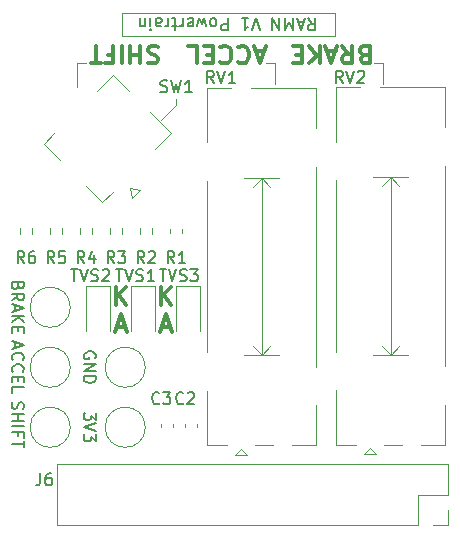
<source format=gbr>
G04 #@! TF.GenerationSoftware,KiCad,Pcbnew,7.0.9*
G04 #@! TF.CreationDate,2025-01-29T12:58:33-06:00*
G04 #@! TF.ProjectId,powertrain,706f7765-7274-4726-9169-6e2e6b696361,rev?*
G04 #@! TF.SameCoordinates,Original*
G04 #@! TF.FileFunction,Legend,Top*
G04 #@! TF.FilePolarity,Positive*
%FSLAX46Y46*%
G04 Gerber Fmt 4.6, Leading zero omitted, Abs format (unit mm)*
G04 Created by KiCad (PCBNEW 7.0.9) date 2025-01-29 12:58:33*
%MOMM*%
%LPD*%
G01*
G04 APERTURE LIST*
%ADD10C,0.120000*%
%ADD11C,0.300000*%
%ADD12C,0.150000*%
G04 APERTURE END LIST*
D10*
X60960000Y-21463000D02*
X42926000Y-21463000D01*
X47498000Y-29210000D02*
X47498000Y-28702000D01*
X55880000Y-25654000D02*
X55880000Y-27432000D01*
X64262000Y-25654000D02*
X65024000Y-25654000D01*
X39116000Y-25654000D02*
X39116000Y-27686000D01*
X55118000Y-25654000D02*
X55880000Y-25654000D01*
X60960000Y-23368000D02*
X60960000Y-21463000D01*
X46228000Y-30480000D02*
X47498000Y-29210000D01*
X42926000Y-23368000D02*
X60960000Y-23368000D01*
X42926000Y-23368000D02*
X42926000Y-21463000D01*
X39878000Y-25654000D02*
X39116000Y-25654000D01*
X65024000Y-25654000D02*
X65024000Y-27432000D01*
D11*
X45965713Y-24285100D02*
X45751428Y-24213671D01*
X45751428Y-24213671D02*
X45394285Y-24213671D01*
X45394285Y-24213671D02*
X45251428Y-24285100D01*
X45251428Y-24285100D02*
X45179999Y-24356528D01*
X45179999Y-24356528D02*
X45108570Y-24499385D01*
X45108570Y-24499385D02*
X45108570Y-24642242D01*
X45108570Y-24642242D02*
X45179999Y-24785100D01*
X45179999Y-24785100D02*
X45251428Y-24856528D01*
X45251428Y-24856528D02*
X45394285Y-24927957D01*
X45394285Y-24927957D02*
X45679999Y-24999385D01*
X45679999Y-24999385D02*
X45822856Y-25070814D01*
X45822856Y-25070814D02*
X45894285Y-25142242D01*
X45894285Y-25142242D02*
X45965713Y-25285100D01*
X45965713Y-25285100D02*
X45965713Y-25427957D01*
X45965713Y-25427957D02*
X45894285Y-25570814D01*
X45894285Y-25570814D02*
X45822856Y-25642242D01*
X45822856Y-25642242D02*
X45679999Y-25713671D01*
X45679999Y-25713671D02*
X45322856Y-25713671D01*
X45322856Y-25713671D02*
X45108570Y-25642242D01*
X44465714Y-24213671D02*
X44465714Y-25713671D01*
X44465714Y-24999385D02*
X43608571Y-24999385D01*
X43608571Y-24213671D02*
X43608571Y-25713671D01*
X42894285Y-24213671D02*
X42894285Y-25713671D01*
X41679999Y-24999385D02*
X42179999Y-24999385D01*
X42179999Y-24213671D02*
X42179999Y-25713671D01*
X42179999Y-25713671D02*
X41465713Y-25713671D01*
X41108570Y-25713671D02*
X40251428Y-25713671D01*
X40679999Y-24213671D02*
X40679999Y-25713671D01*
X54958856Y-24642242D02*
X54244571Y-24642242D01*
X55101713Y-24213671D02*
X54601713Y-25713671D01*
X54601713Y-25713671D02*
X54101713Y-24213671D01*
X52744571Y-24356528D02*
X52815999Y-24285100D01*
X52815999Y-24285100D02*
X53030285Y-24213671D01*
X53030285Y-24213671D02*
X53173142Y-24213671D01*
X53173142Y-24213671D02*
X53387428Y-24285100D01*
X53387428Y-24285100D02*
X53530285Y-24427957D01*
X53530285Y-24427957D02*
X53601714Y-24570814D01*
X53601714Y-24570814D02*
X53673142Y-24856528D01*
X53673142Y-24856528D02*
X53673142Y-25070814D01*
X53673142Y-25070814D02*
X53601714Y-25356528D01*
X53601714Y-25356528D02*
X53530285Y-25499385D01*
X53530285Y-25499385D02*
X53387428Y-25642242D01*
X53387428Y-25642242D02*
X53173142Y-25713671D01*
X53173142Y-25713671D02*
X53030285Y-25713671D01*
X53030285Y-25713671D02*
X52815999Y-25642242D01*
X52815999Y-25642242D02*
X52744571Y-25570814D01*
X51244571Y-24356528D02*
X51315999Y-24285100D01*
X51315999Y-24285100D02*
X51530285Y-24213671D01*
X51530285Y-24213671D02*
X51673142Y-24213671D01*
X51673142Y-24213671D02*
X51887428Y-24285100D01*
X51887428Y-24285100D02*
X52030285Y-24427957D01*
X52030285Y-24427957D02*
X52101714Y-24570814D01*
X52101714Y-24570814D02*
X52173142Y-24856528D01*
X52173142Y-24856528D02*
X52173142Y-25070814D01*
X52173142Y-25070814D02*
X52101714Y-25356528D01*
X52101714Y-25356528D02*
X52030285Y-25499385D01*
X52030285Y-25499385D02*
X51887428Y-25642242D01*
X51887428Y-25642242D02*
X51673142Y-25713671D01*
X51673142Y-25713671D02*
X51530285Y-25713671D01*
X51530285Y-25713671D02*
X51315999Y-25642242D01*
X51315999Y-25642242D02*
X51244571Y-25570814D01*
X50601714Y-24999385D02*
X50101714Y-24999385D01*
X49887428Y-24213671D02*
X50601714Y-24213671D01*
X50601714Y-24213671D02*
X50601714Y-25713671D01*
X50601714Y-25713671D02*
X49887428Y-25713671D01*
X48530285Y-24213671D02*
X49244571Y-24213671D01*
X49244571Y-24213671D02*
X49244571Y-25713671D01*
X63420285Y-24999385D02*
X63205999Y-24927957D01*
X63205999Y-24927957D02*
X63134570Y-24856528D01*
X63134570Y-24856528D02*
X63063142Y-24713671D01*
X63063142Y-24713671D02*
X63063142Y-24499385D01*
X63063142Y-24499385D02*
X63134570Y-24356528D01*
X63134570Y-24356528D02*
X63205999Y-24285100D01*
X63205999Y-24285100D02*
X63348856Y-24213671D01*
X63348856Y-24213671D02*
X63920285Y-24213671D01*
X63920285Y-24213671D02*
X63920285Y-25713671D01*
X63920285Y-25713671D02*
X63420285Y-25713671D01*
X63420285Y-25713671D02*
X63277428Y-25642242D01*
X63277428Y-25642242D02*
X63205999Y-25570814D01*
X63205999Y-25570814D02*
X63134570Y-25427957D01*
X63134570Y-25427957D02*
X63134570Y-25285100D01*
X63134570Y-25285100D02*
X63205999Y-25142242D01*
X63205999Y-25142242D02*
X63277428Y-25070814D01*
X63277428Y-25070814D02*
X63420285Y-24999385D01*
X63420285Y-24999385D02*
X63920285Y-24999385D01*
X61563142Y-24213671D02*
X62063142Y-24927957D01*
X62420285Y-24213671D02*
X62420285Y-25713671D01*
X62420285Y-25713671D02*
X61848856Y-25713671D01*
X61848856Y-25713671D02*
X61705999Y-25642242D01*
X61705999Y-25642242D02*
X61634570Y-25570814D01*
X61634570Y-25570814D02*
X61563142Y-25427957D01*
X61563142Y-25427957D02*
X61563142Y-25213671D01*
X61563142Y-25213671D02*
X61634570Y-25070814D01*
X61634570Y-25070814D02*
X61705999Y-24999385D01*
X61705999Y-24999385D02*
X61848856Y-24927957D01*
X61848856Y-24927957D02*
X62420285Y-24927957D01*
X60991713Y-24642242D02*
X60277428Y-24642242D01*
X61134570Y-24213671D02*
X60634570Y-25713671D01*
X60634570Y-25713671D02*
X60134570Y-24213671D01*
X59634571Y-24213671D02*
X59634571Y-25713671D01*
X58777428Y-24213671D02*
X59420285Y-25070814D01*
X58777428Y-25713671D02*
X59634571Y-24856528D01*
X58134571Y-24999385D02*
X57634571Y-24999385D01*
X57420285Y-24213671D02*
X58134571Y-24213671D01*
X58134571Y-24213671D02*
X58134571Y-25713671D01*
X58134571Y-25713671D02*
X57420285Y-25713671D01*
X46216142Y-46144328D02*
X46216142Y-44644328D01*
X47073285Y-46144328D02*
X46430428Y-45287185D01*
X47073285Y-44644328D02*
X46216142Y-45501471D01*
X42441857Y-48001757D02*
X43156143Y-48001757D01*
X42299000Y-48430328D02*
X42799000Y-46930328D01*
X42799000Y-46930328D02*
X43299000Y-48430328D01*
X46251857Y-48001757D02*
X46966143Y-48001757D01*
X46109000Y-48430328D02*
X46609000Y-46930328D01*
X46609000Y-46930328D02*
X47109000Y-48430328D01*
X42406142Y-46144328D02*
X42406142Y-44644328D01*
X43263285Y-46144328D02*
X42620428Y-45287185D01*
X43263285Y-44644328D02*
X42406142Y-45501471D01*
D12*
X58649334Y-21897180D02*
X58982667Y-22373371D01*
X59220762Y-21897180D02*
X59220762Y-22897180D01*
X59220762Y-22897180D02*
X58839810Y-22897180D01*
X58839810Y-22897180D02*
X58744572Y-22849561D01*
X58744572Y-22849561D02*
X58696953Y-22801942D01*
X58696953Y-22801942D02*
X58649334Y-22706704D01*
X58649334Y-22706704D02*
X58649334Y-22563847D01*
X58649334Y-22563847D02*
X58696953Y-22468609D01*
X58696953Y-22468609D02*
X58744572Y-22420990D01*
X58744572Y-22420990D02*
X58839810Y-22373371D01*
X58839810Y-22373371D02*
X59220762Y-22373371D01*
X58268381Y-22182895D02*
X57792191Y-22182895D01*
X58363619Y-21897180D02*
X58030286Y-22897180D01*
X58030286Y-22897180D02*
X57696953Y-21897180D01*
X57363619Y-21897180D02*
X57363619Y-22897180D01*
X57363619Y-22897180D02*
X57030286Y-22182895D01*
X57030286Y-22182895D02*
X56696953Y-22897180D01*
X56696953Y-22897180D02*
X56696953Y-21897180D01*
X56220762Y-21897180D02*
X56220762Y-22897180D01*
X56220762Y-22897180D02*
X55649334Y-21897180D01*
X55649334Y-21897180D02*
X55649334Y-22897180D01*
X54554095Y-22897180D02*
X54220762Y-21897180D01*
X54220762Y-21897180D02*
X53887429Y-22897180D01*
X53030286Y-21897180D02*
X53601714Y-21897180D01*
X53316000Y-21897180D02*
X53316000Y-22897180D01*
X53316000Y-22897180D02*
X53411238Y-22754323D01*
X53411238Y-22754323D02*
X53506476Y-22659085D01*
X53506476Y-22659085D02*
X53601714Y-22611466D01*
X51839809Y-21897180D02*
X51839809Y-22897180D01*
X51839809Y-22897180D02*
X51458857Y-22897180D01*
X51458857Y-22897180D02*
X51363619Y-22849561D01*
X51363619Y-22849561D02*
X51316000Y-22801942D01*
X51316000Y-22801942D02*
X51268381Y-22706704D01*
X51268381Y-22706704D02*
X51268381Y-22563847D01*
X51268381Y-22563847D02*
X51316000Y-22468609D01*
X51316000Y-22468609D02*
X51363619Y-22420990D01*
X51363619Y-22420990D02*
X51458857Y-22373371D01*
X51458857Y-22373371D02*
X51839809Y-22373371D01*
X50696952Y-21897180D02*
X50792190Y-21944800D01*
X50792190Y-21944800D02*
X50839809Y-21992419D01*
X50839809Y-21992419D02*
X50887428Y-22087657D01*
X50887428Y-22087657D02*
X50887428Y-22373371D01*
X50887428Y-22373371D02*
X50839809Y-22468609D01*
X50839809Y-22468609D02*
X50792190Y-22516228D01*
X50792190Y-22516228D02*
X50696952Y-22563847D01*
X50696952Y-22563847D02*
X50554095Y-22563847D01*
X50554095Y-22563847D02*
X50458857Y-22516228D01*
X50458857Y-22516228D02*
X50411238Y-22468609D01*
X50411238Y-22468609D02*
X50363619Y-22373371D01*
X50363619Y-22373371D02*
X50363619Y-22087657D01*
X50363619Y-22087657D02*
X50411238Y-21992419D01*
X50411238Y-21992419D02*
X50458857Y-21944800D01*
X50458857Y-21944800D02*
X50554095Y-21897180D01*
X50554095Y-21897180D02*
X50696952Y-21897180D01*
X50030285Y-22563847D02*
X49839809Y-21897180D01*
X49839809Y-21897180D02*
X49649333Y-22373371D01*
X49649333Y-22373371D02*
X49458857Y-21897180D01*
X49458857Y-21897180D02*
X49268381Y-22563847D01*
X48506476Y-21944800D02*
X48601714Y-21897180D01*
X48601714Y-21897180D02*
X48792190Y-21897180D01*
X48792190Y-21897180D02*
X48887428Y-21944800D01*
X48887428Y-21944800D02*
X48935047Y-22040038D01*
X48935047Y-22040038D02*
X48935047Y-22420990D01*
X48935047Y-22420990D02*
X48887428Y-22516228D01*
X48887428Y-22516228D02*
X48792190Y-22563847D01*
X48792190Y-22563847D02*
X48601714Y-22563847D01*
X48601714Y-22563847D02*
X48506476Y-22516228D01*
X48506476Y-22516228D02*
X48458857Y-22420990D01*
X48458857Y-22420990D02*
X48458857Y-22325752D01*
X48458857Y-22325752D02*
X48935047Y-22230514D01*
X48030285Y-21897180D02*
X48030285Y-22563847D01*
X48030285Y-22373371D02*
X47982666Y-22468609D01*
X47982666Y-22468609D02*
X47935047Y-22516228D01*
X47935047Y-22516228D02*
X47839809Y-22563847D01*
X47839809Y-22563847D02*
X47744571Y-22563847D01*
X47554094Y-22563847D02*
X47173142Y-22563847D01*
X47411237Y-22897180D02*
X47411237Y-22040038D01*
X47411237Y-22040038D02*
X47363618Y-21944800D01*
X47363618Y-21944800D02*
X47268380Y-21897180D01*
X47268380Y-21897180D02*
X47173142Y-21897180D01*
X46839808Y-21897180D02*
X46839808Y-22563847D01*
X46839808Y-22373371D02*
X46792189Y-22468609D01*
X46792189Y-22468609D02*
X46744570Y-22516228D01*
X46744570Y-22516228D02*
X46649332Y-22563847D01*
X46649332Y-22563847D02*
X46554094Y-22563847D01*
X45792189Y-21897180D02*
X45792189Y-22420990D01*
X45792189Y-22420990D02*
X45839808Y-22516228D01*
X45839808Y-22516228D02*
X45935046Y-22563847D01*
X45935046Y-22563847D02*
X46125522Y-22563847D01*
X46125522Y-22563847D02*
X46220760Y-22516228D01*
X45792189Y-21944800D02*
X45887427Y-21897180D01*
X45887427Y-21897180D02*
X46125522Y-21897180D01*
X46125522Y-21897180D02*
X46220760Y-21944800D01*
X46220760Y-21944800D02*
X46268379Y-22040038D01*
X46268379Y-22040038D02*
X46268379Y-22135276D01*
X46268379Y-22135276D02*
X46220760Y-22230514D01*
X46220760Y-22230514D02*
X46125522Y-22278133D01*
X46125522Y-22278133D02*
X45887427Y-22278133D01*
X45887427Y-22278133D02*
X45792189Y-22325752D01*
X45315998Y-21897180D02*
X45315998Y-22563847D01*
X45315998Y-22897180D02*
X45363617Y-22849561D01*
X45363617Y-22849561D02*
X45315998Y-22801942D01*
X45315998Y-22801942D02*
X45268379Y-22849561D01*
X45268379Y-22849561D02*
X45315998Y-22897180D01*
X45315998Y-22897180D02*
X45315998Y-22801942D01*
X44839808Y-22563847D02*
X44839808Y-21897180D01*
X44839808Y-22468609D02*
X44792189Y-22516228D01*
X44792189Y-22516228D02*
X44696951Y-22563847D01*
X44696951Y-22563847D02*
X44554094Y-22563847D01*
X44554094Y-22563847D02*
X44458856Y-22516228D01*
X44458856Y-22516228D02*
X44411237Y-22420990D01*
X44411237Y-22420990D02*
X44411237Y-21897180D01*
X61616761Y-27328819D02*
X61283428Y-26852628D01*
X61045333Y-27328819D02*
X61045333Y-26328819D01*
X61045333Y-26328819D02*
X61426285Y-26328819D01*
X61426285Y-26328819D02*
X61521523Y-26376438D01*
X61521523Y-26376438D02*
X61569142Y-26424057D01*
X61569142Y-26424057D02*
X61616761Y-26519295D01*
X61616761Y-26519295D02*
X61616761Y-26662152D01*
X61616761Y-26662152D02*
X61569142Y-26757390D01*
X61569142Y-26757390D02*
X61521523Y-26805009D01*
X61521523Y-26805009D02*
X61426285Y-26852628D01*
X61426285Y-26852628D02*
X61045333Y-26852628D01*
X61902476Y-26328819D02*
X62235809Y-27328819D01*
X62235809Y-27328819D02*
X62569142Y-26328819D01*
X62854857Y-26424057D02*
X62902476Y-26376438D01*
X62902476Y-26376438D02*
X62997714Y-26328819D01*
X62997714Y-26328819D02*
X63235809Y-26328819D01*
X63235809Y-26328819D02*
X63331047Y-26376438D01*
X63331047Y-26376438D02*
X63378666Y-26424057D01*
X63378666Y-26424057D02*
X63426285Y-26519295D01*
X63426285Y-26519295D02*
X63426285Y-26614533D01*
X63426285Y-26614533D02*
X63378666Y-26757390D01*
X63378666Y-26757390D02*
X62807238Y-27328819D01*
X62807238Y-27328819D02*
X63426285Y-27328819D01*
X40677180Y-55276905D02*
X40677180Y-55895952D01*
X40677180Y-55895952D02*
X40296228Y-55562619D01*
X40296228Y-55562619D02*
X40296228Y-55705476D01*
X40296228Y-55705476D02*
X40248609Y-55800714D01*
X40248609Y-55800714D02*
X40200990Y-55848333D01*
X40200990Y-55848333D02*
X40105752Y-55895952D01*
X40105752Y-55895952D02*
X39867657Y-55895952D01*
X39867657Y-55895952D02*
X39772419Y-55848333D01*
X39772419Y-55848333D02*
X39724800Y-55800714D01*
X39724800Y-55800714D02*
X39677180Y-55705476D01*
X39677180Y-55705476D02*
X39677180Y-55419762D01*
X39677180Y-55419762D02*
X39724800Y-55324524D01*
X39724800Y-55324524D02*
X39772419Y-55276905D01*
X40677180Y-56181667D02*
X39677180Y-56515000D01*
X39677180Y-56515000D02*
X40677180Y-56848333D01*
X40677180Y-57086429D02*
X40677180Y-57705476D01*
X40677180Y-57705476D02*
X40296228Y-57372143D01*
X40296228Y-57372143D02*
X40296228Y-57515000D01*
X40296228Y-57515000D02*
X40248609Y-57610238D01*
X40248609Y-57610238D02*
X40200990Y-57657857D01*
X40200990Y-57657857D02*
X40105752Y-57705476D01*
X40105752Y-57705476D02*
X39867657Y-57705476D01*
X39867657Y-57705476D02*
X39772419Y-57657857D01*
X39772419Y-57657857D02*
X39724800Y-57610238D01*
X39724800Y-57610238D02*
X39677180Y-57515000D01*
X39677180Y-57515000D02*
X39677180Y-57229286D01*
X39677180Y-57229286D02*
X39724800Y-57134048D01*
X39724800Y-57134048D02*
X39772419Y-57086429D01*
X33866895Y-49339762D02*
X33866895Y-49815952D01*
X33581180Y-49244524D02*
X34581180Y-49577857D01*
X34581180Y-49577857D02*
X33581180Y-49911190D01*
X33676419Y-50815952D02*
X33628800Y-50768333D01*
X33628800Y-50768333D02*
X33581180Y-50625476D01*
X33581180Y-50625476D02*
X33581180Y-50530238D01*
X33581180Y-50530238D02*
X33628800Y-50387381D01*
X33628800Y-50387381D02*
X33724038Y-50292143D01*
X33724038Y-50292143D02*
X33819276Y-50244524D01*
X33819276Y-50244524D02*
X34009752Y-50196905D01*
X34009752Y-50196905D02*
X34152609Y-50196905D01*
X34152609Y-50196905D02*
X34343085Y-50244524D01*
X34343085Y-50244524D02*
X34438323Y-50292143D01*
X34438323Y-50292143D02*
X34533561Y-50387381D01*
X34533561Y-50387381D02*
X34581180Y-50530238D01*
X34581180Y-50530238D02*
X34581180Y-50625476D01*
X34581180Y-50625476D02*
X34533561Y-50768333D01*
X34533561Y-50768333D02*
X34485942Y-50815952D01*
X33676419Y-51815952D02*
X33628800Y-51768333D01*
X33628800Y-51768333D02*
X33581180Y-51625476D01*
X33581180Y-51625476D02*
X33581180Y-51530238D01*
X33581180Y-51530238D02*
X33628800Y-51387381D01*
X33628800Y-51387381D02*
X33724038Y-51292143D01*
X33724038Y-51292143D02*
X33819276Y-51244524D01*
X33819276Y-51244524D02*
X34009752Y-51196905D01*
X34009752Y-51196905D02*
X34152609Y-51196905D01*
X34152609Y-51196905D02*
X34343085Y-51244524D01*
X34343085Y-51244524D02*
X34438323Y-51292143D01*
X34438323Y-51292143D02*
X34533561Y-51387381D01*
X34533561Y-51387381D02*
X34581180Y-51530238D01*
X34581180Y-51530238D02*
X34581180Y-51625476D01*
X34581180Y-51625476D02*
X34533561Y-51768333D01*
X34533561Y-51768333D02*
X34485942Y-51815952D01*
X34104990Y-52244524D02*
X34104990Y-52577857D01*
X33581180Y-52720714D02*
X33581180Y-52244524D01*
X33581180Y-52244524D02*
X34581180Y-52244524D01*
X34581180Y-52244524D02*
X34581180Y-52720714D01*
X33581180Y-53625476D02*
X33581180Y-53149286D01*
X33581180Y-53149286D02*
X34581180Y-53149286D01*
X33628800Y-54403857D02*
X33581180Y-54546714D01*
X33581180Y-54546714D02*
X33581180Y-54784809D01*
X33581180Y-54784809D02*
X33628800Y-54880047D01*
X33628800Y-54880047D02*
X33676419Y-54927666D01*
X33676419Y-54927666D02*
X33771657Y-54975285D01*
X33771657Y-54975285D02*
X33866895Y-54975285D01*
X33866895Y-54975285D02*
X33962133Y-54927666D01*
X33962133Y-54927666D02*
X34009752Y-54880047D01*
X34009752Y-54880047D02*
X34057371Y-54784809D01*
X34057371Y-54784809D02*
X34104990Y-54594333D01*
X34104990Y-54594333D02*
X34152609Y-54499095D01*
X34152609Y-54499095D02*
X34200228Y-54451476D01*
X34200228Y-54451476D02*
X34295466Y-54403857D01*
X34295466Y-54403857D02*
X34390704Y-54403857D01*
X34390704Y-54403857D02*
X34485942Y-54451476D01*
X34485942Y-54451476D02*
X34533561Y-54499095D01*
X34533561Y-54499095D02*
X34581180Y-54594333D01*
X34581180Y-54594333D02*
X34581180Y-54832428D01*
X34581180Y-54832428D02*
X34533561Y-54975285D01*
X33581180Y-55403857D02*
X34581180Y-55403857D01*
X34104990Y-55403857D02*
X34104990Y-55975285D01*
X33581180Y-55975285D02*
X34581180Y-55975285D01*
X33581180Y-56451476D02*
X34581180Y-56451476D01*
X34104990Y-57260999D02*
X34104990Y-56927666D01*
X33581180Y-56927666D02*
X34581180Y-56927666D01*
X34581180Y-56927666D02*
X34581180Y-57403856D01*
X34581180Y-57641952D02*
X34581180Y-58213380D01*
X33581180Y-57927666D02*
X34581180Y-57927666D01*
X34104990Y-44545476D02*
X34057371Y-44688333D01*
X34057371Y-44688333D02*
X34009752Y-44735952D01*
X34009752Y-44735952D02*
X33914514Y-44783571D01*
X33914514Y-44783571D02*
X33771657Y-44783571D01*
X33771657Y-44783571D02*
X33676419Y-44735952D01*
X33676419Y-44735952D02*
X33628800Y-44688333D01*
X33628800Y-44688333D02*
X33581180Y-44593095D01*
X33581180Y-44593095D02*
X33581180Y-44212143D01*
X33581180Y-44212143D02*
X34581180Y-44212143D01*
X34581180Y-44212143D02*
X34581180Y-44545476D01*
X34581180Y-44545476D02*
X34533561Y-44640714D01*
X34533561Y-44640714D02*
X34485942Y-44688333D01*
X34485942Y-44688333D02*
X34390704Y-44735952D01*
X34390704Y-44735952D02*
X34295466Y-44735952D01*
X34295466Y-44735952D02*
X34200228Y-44688333D01*
X34200228Y-44688333D02*
X34152609Y-44640714D01*
X34152609Y-44640714D02*
X34104990Y-44545476D01*
X34104990Y-44545476D02*
X34104990Y-44212143D01*
X33581180Y-45783571D02*
X34057371Y-45450238D01*
X33581180Y-45212143D02*
X34581180Y-45212143D01*
X34581180Y-45212143D02*
X34581180Y-45593095D01*
X34581180Y-45593095D02*
X34533561Y-45688333D01*
X34533561Y-45688333D02*
X34485942Y-45735952D01*
X34485942Y-45735952D02*
X34390704Y-45783571D01*
X34390704Y-45783571D02*
X34247847Y-45783571D01*
X34247847Y-45783571D02*
X34152609Y-45735952D01*
X34152609Y-45735952D02*
X34104990Y-45688333D01*
X34104990Y-45688333D02*
X34057371Y-45593095D01*
X34057371Y-45593095D02*
X34057371Y-45212143D01*
X33866895Y-46164524D02*
X33866895Y-46640714D01*
X33581180Y-46069286D02*
X34581180Y-46402619D01*
X34581180Y-46402619D02*
X33581180Y-46735952D01*
X33581180Y-47069286D02*
X34581180Y-47069286D01*
X33581180Y-47640714D02*
X34152609Y-47212143D01*
X34581180Y-47640714D02*
X34009752Y-47069286D01*
X34104990Y-48069286D02*
X34104990Y-48402619D01*
X33581180Y-48545476D02*
X33581180Y-48069286D01*
X33581180Y-48069286D02*
X34581180Y-48069286D01*
X34581180Y-48069286D02*
X34581180Y-48545476D01*
X37171333Y-42618819D02*
X36838000Y-42142628D01*
X36599905Y-42618819D02*
X36599905Y-41618819D01*
X36599905Y-41618819D02*
X36980857Y-41618819D01*
X36980857Y-41618819D02*
X37076095Y-41666438D01*
X37076095Y-41666438D02*
X37123714Y-41714057D01*
X37123714Y-41714057D02*
X37171333Y-41809295D01*
X37171333Y-41809295D02*
X37171333Y-41952152D01*
X37171333Y-41952152D02*
X37123714Y-42047390D01*
X37123714Y-42047390D02*
X37076095Y-42095009D01*
X37076095Y-42095009D02*
X36980857Y-42142628D01*
X36980857Y-42142628D02*
X36599905Y-42142628D01*
X38076095Y-41618819D02*
X37599905Y-41618819D01*
X37599905Y-41618819D02*
X37552286Y-42095009D01*
X37552286Y-42095009D02*
X37599905Y-42047390D01*
X37599905Y-42047390D02*
X37695143Y-41999771D01*
X37695143Y-41999771D02*
X37933238Y-41999771D01*
X37933238Y-41999771D02*
X38028476Y-42047390D01*
X38028476Y-42047390D02*
X38076095Y-42095009D01*
X38076095Y-42095009D02*
X38123714Y-42190247D01*
X38123714Y-42190247D02*
X38123714Y-42428342D01*
X38123714Y-42428342D02*
X38076095Y-42523580D01*
X38076095Y-42523580D02*
X38028476Y-42571200D01*
X38028476Y-42571200D02*
X37933238Y-42618819D01*
X37933238Y-42618819D02*
X37695143Y-42618819D01*
X37695143Y-42618819D02*
X37599905Y-42571200D01*
X37599905Y-42571200D02*
X37552286Y-42523580D01*
X44791333Y-42618819D02*
X44458000Y-42142628D01*
X44219905Y-42618819D02*
X44219905Y-41618819D01*
X44219905Y-41618819D02*
X44600857Y-41618819D01*
X44600857Y-41618819D02*
X44696095Y-41666438D01*
X44696095Y-41666438D02*
X44743714Y-41714057D01*
X44743714Y-41714057D02*
X44791333Y-41809295D01*
X44791333Y-41809295D02*
X44791333Y-41952152D01*
X44791333Y-41952152D02*
X44743714Y-42047390D01*
X44743714Y-42047390D02*
X44696095Y-42095009D01*
X44696095Y-42095009D02*
X44600857Y-42142628D01*
X44600857Y-42142628D02*
X44219905Y-42142628D01*
X45172286Y-41714057D02*
X45219905Y-41666438D01*
X45219905Y-41666438D02*
X45315143Y-41618819D01*
X45315143Y-41618819D02*
X45553238Y-41618819D01*
X45553238Y-41618819D02*
X45648476Y-41666438D01*
X45648476Y-41666438D02*
X45696095Y-41714057D01*
X45696095Y-41714057D02*
X45743714Y-41809295D01*
X45743714Y-41809295D02*
X45743714Y-41904533D01*
X45743714Y-41904533D02*
X45696095Y-42047390D01*
X45696095Y-42047390D02*
X45124667Y-42618819D01*
X45124667Y-42618819D02*
X45743714Y-42618819D01*
X34631333Y-42618819D02*
X34298000Y-42142628D01*
X34059905Y-42618819D02*
X34059905Y-41618819D01*
X34059905Y-41618819D02*
X34440857Y-41618819D01*
X34440857Y-41618819D02*
X34536095Y-41666438D01*
X34536095Y-41666438D02*
X34583714Y-41714057D01*
X34583714Y-41714057D02*
X34631333Y-41809295D01*
X34631333Y-41809295D02*
X34631333Y-41952152D01*
X34631333Y-41952152D02*
X34583714Y-42047390D01*
X34583714Y-42047390D02*
X34536095Y-42095009D01*
X34536095Y-42095009D02*
X34440857Y-42142628D01*
X34440857Y-42142628D02*
X34059905Y-42142628D01*
X35488476Y-41618819D02*
X35298000Y-41618819D01*
X35298000Y-41618819D02*
X35202762Y-41666438D01*
X35202762Y-41666438D02*
X35155143Y-41714057D01*
X35155143Y-41714057D02*
X35059905Y-41856914D01*
X35059905Y-41856914D02*
X35012286Y-42047390D01*
X35012286Y-42047390D02*
X35012286Y-42428342D01*
X35012286Y-42428342D02*
X35059905Y-42523580D01*
X35059905Y-42523580D02*
X35107524Y-42571200D01*
X35107524Y-42571200D02*
X35202762Y-42618819D01*
X35202762Y-42618819D02*
X35393238Y-42618819D01*
X35393238Y-42618819D02*
X35488476Y-42571200D01*
X35488476Y-42571200D02*
X35536095Y-42523580D01*
X35536095Y-42523580D02*
X35583714Y-42428342D01*
X35583714Y-42428342D02*
X35583714Y-42190247D01*
X35583714Y-42190247D02*
X35536095Y-42095009D01*
X35536095Y-42095009D02*
X35488476Y-42047390D01*
X35488476Y-42047390D02*
X35393238Y-41999771D01*
X35393238Y-41999771D02*
X35202762Y-41999771D01*
X35202762Y-41999771D02*
X35107524Y-42047390D01*
X35107524Y-42047390D02*
X35059905Y-42095009D01*
X35059905Y-42095009D02*
X35012286Y-42190247D01*
X39711333Y-42618819D02*
X39378000Y-42142628D01*
X39139905Y-42618819D02*
X39139905Y-41618819D01*
X39139905Y-41618819D02*
X39520857Y-41618819D01*
X39520857Y-41618819D02*
X39616095Y-41666438D01*
X39616095Y-41666438D02*
X39663714Y-41714057D01*
X39663714Y-41714057D02*
X39711333Y-41809295D01*
X39711333Y-41809295D02*
X39711333Y-41952152D01*
X39711333Y-41952152D02*
X39663714Y-42047390D01*
X39663714Y-42047390D02*
X39616095Y-42095009D01*
X39616095Y-42095009D02*
X39520857Y-42142628D01*
X39520857Y-42142628D02*
X39139905Y-42142628D01*
X40568476Y-41952152D02*
X40568476Y-42618819D01*
X40330381Y-41571200D02*
X40092286Y-42285485D01*
X40092286Y-42285485D02*
X40711333Y-42285485D01*
X42251333Y-42618819D02*
X41918000Y-42142628D01*
X41679905Y-42618819D02*
X41679905Y-41618819D01*
X41679905Y-41618819D02*
X42060857Y-41618819D01*
X42060857Y-41618819D02*
X42156095Y-41666438D01*
X42156095Y-41666438D02*
X42203714Y-41714057D01*
X42203714Y-41714057D02*
X42251333Y-41809295D01*
X42251333Y-41809295D02*
X42251333Y-41952152D01*
X42251333Y-41952152D02*
X42203714Y-42047390D01*
X42203714Y-42047390D02*
X42156095Y-42095009D01*
X42156095Y-42095009D02*
X42060857Y-42142628D01*
X42060857Y-42142628D02*
X41679905Y-42142628D01*
X42584667Y-41618819D02*
X43203714Y-41618819D01*
X43203714Y-41618819D02*
X42870381Y-41999771D01*
X42870381Y-41999771D02*
X43013238Y-41999771D01*
X43013238Y-41999771D02*
X43108476Y-42047390D01*
X43108476Y-42047390D02*
X43156095Y-42095009D01*
X43156095Y-42095009D02*
X43203714Y-42190247D01*
X43203714Y-42190247D02*
X43203714Y-42428342D01*
X43203714Y-42428342D02*
X43156095Y-42523580D01*
X43156095Y-42523580D02*
X43108476Y-42571200D01*
X43108476Y-42571200D02*
X43013238Y-42618819D01*
X43013238Y-42618819D02*
X42727524Y-42618819D01*
X42727524Y-42618819D02*
X42632286Y-42571200D01*
X42632286Y-42571200D02*
X42584667Y-42523580D01*
X50694761Y-27378819D02*
X50361428Y-26902628D01*
X50123333Y-27378819D02*
X50123333Y-26378819D01*
X50123333Y-26378819D02*
X50504285Y-26378819D01*
X50504285Y-26378819D02*
X50599523Y-26426438D01*
X50599523Y-26426438D02*
X50647142Y-26474057D01*
X50647142Y-26474057D02*
X50694761Y-26569295D01*
X50694761Y-26569295D02*
X50694761Y-26712152D01*
X50694761Y-26712152D02*
X50647142Y-26807390D01*
X50647142Y-26807390D02*
X50599523Y-26855009D01*
X50599523Y-26855009D02*
X50504285Y-26902628D01*
X50504285Y-26902628D02*
X50123333Y-26902628D01*
X50980476Y-26378819D02*
X51313809Y-27378819D01*
X51313809Y-27378819D02*
X51647142Y-26378819D01*
X52504285Y-27378819D02*
X51932857Y-27378819D01*
X52218571Y-27378819D02*
X52218571Y-26378819D01*
X52218571Y-26378819D02*
X52123333Y-26521676D01*
X52123333Y-26521676D02*
X52028095Y-26616914D01*
X52028095Y-26616914D02*
X51932857Y-26664533D01*
X40629561Y-50673095D02*
X40677180Y-50577857D01*
X40677180Y-50577857D02*
X40677180Y-50435000D01*
X40677180Y-50435000D02*
X40629561Y-50292143D01*
X40629561Y-50292143D02*
X40534323Y-50196905D01*
X40534323Y-50196905D02*
X40439085Y-50149286D01*
X40439085Y-50149286D02*
X40248609Y-50101667D01*
X40248609Y-50101667D02*
X40105752Y-50101667D01*
X40105752Y-50101667D02*
X39915276Y-50149286D01*
X39915276Y-50149286D02*
X39820038Y-50196905D01*
X39820038Y-50196905D02*
X39724800Y-50292143D01*
X39724800Y-50292143D02*
X39677180Y-50435000D01*
X39677180Y-50435000D02*
X39677180Y-50530238D01*
X39677180Y-50530238D02*
X39724800Y-50673095D01*
X39724800Y-50673095D02*
X39772419Y-50720714D01*
X39772419Y-50720714D02*
X40105752Y-50720714D01*
X40105752Y-50720714D02*
X40105752Y-50530238D01*
X39677180Y-51149286D02*
X40677180Y-51149286D01*
X40677180Y-51149286D02*
X39677180Y-51720714D01*
X39677180Y-51720714D02*
X40677180Y-51720714D01*
X39677180Y-52196905D02*
X40677180Y-52196905D01*
X40677180Y-52196905D02*
X40677180Y-52435000D01*
X40677180Y-52435000D02*
X40629561Y-52577857D01*
X40629561Y-52577857D02*
X40534323Y-52673095D01*
X40534323Y-52673095D02*
X40439085Y-52720714D01*
X40439085Y-52720714D02*
X40248609Y-52768333D01*
X40248609Y-52768333D02*
X40105752Y-52768333D01*
X40105752Y-52768333D02*
X39915276Y-52720714D01*
X39915276Y-52720714D02*
X39820038Y-52673095D01*
X39820038Y-52673095D02*
X39724800Y-52577857D01*
X39724800Y-52577857D02*
X39677180Y-52435000D01*
X39677180Y-52435000D02*
X39677180Y-52196905D01*
X46061333Y-54461580D02*
X46013714Y-54509200D01*
X46013714Y-54509200D02*
X45870857Y-54556819D01*
X45870857Y-54556819D02*
X45775619Y-54556819D01*
X45775619Y-54556819D02*
X45632762Y-54509200D01*
X45632762Y-54509200D02*
X45537524Y-54413961D01*
X45537524Y-54413961D02*
X45489905Y-54318723D01*
X45489905Y-54318723D02*
X45442286Y-54128247D01*
X45442286Y-54128247D02*
X45442286Y-53985390D01*
X45442286Y-53985390D02*
X45489905Y-53794914D01*
X45489905Y-53794914D02*
X45537524Y-53699676D01*
X45537524Y-53699676D02*
X45632762Y-53604438D01*
X45632762Y-53604438D02*
X45775619Y-53556819D01*
X45775619Y-53556819D02*
X45870857Y-53556819D01*
X45870857Y-53556819D02*
X46013714Y-53604438D01*
X46013714Y-53604438D02*
X46061333Y-53652057D01*
X46394667Y-53556819D02*
X47013714Y-53556819D01*
X47013714Y-53556819D02*
X46680381Y-53937771D01*
X46680381Y-53937771D02*
X46823238Y-53937771D01*
X46823238Y-53937771D02*
X46918476Y-53985390D01*
X46918476Y-53985390D02*
X46966095Y-54033009D01*
X46966095Y-54033009D02*
X47013714Y-54128247D01*
X47013714Y-54128247D02*
X47013714Y-54366342D01*
X47013714Y-54366342D02*
X46966095Y-54461580D01*
X46966095Y-54461580D02*
X46918476Y-54509200D01*
X46918476Y-54509200D02*
X46823238Y-54556819D01*
X46823238Y-54556819D02*
X46537524Y-54556819D01*
X46537524Y-54556819D02*
X46442286Y-54509200D01*
X46442286Y-54509200D02*
X46394667Y-54461580D01*
X35988666Y-60414819D02*
X35988666Y-61129104D01*
X35988666Y-61129104D02*
X35941047Y-61271961D01*
X35941047Y-61271961D02*
X35845809Y-61367200D01*
X35845809Y-61367200D02*
X35702952Y-61414819D01*
X35702952Y-61414819D02*
X35607714Y-61414819D01*
X36893428Y-60414819D02*
X36702952Y-60414819D01*
X36702952Y-60414819D02*
X36607714Y-60462438D01*
X36607714Y-60462438D02*
X36560095Y-60510057D01*
X36560095Y-60510057D02*
X36464857Y-60652914D01*
X36464857Y-60652914D02*
X36417238Y-60843390D01*
X36417238Y-60843390D02*
X36417238Y-61224342D01*
X36417238Y-61224342D02*
X36464857Y-61319580D01*
X36464857Y-61319580D02*
X36512476Y-61367200D01*
X36512476Y-61367200D02*
X36607714Y-61414819D01*
X36607714Y-61414819D02*
X36798190Y-61414819D01*
X36798190Y-61414819D02*
X36893428Y-61367200D01*
X36893428Y-61367200D02*
X36941047Y-61319580D01*
X36941047Y-61319580D02*
X36988666Y-61224342D01*
X36988666Y-61224342D02*
X36988666Y-60986247D01*
X36988666Y-60986247D02*
X36941047Y-60891009D01*
X36941047Y-60891009D02*
X36893428Y-60843390D01*
X36893428Y-60843390D02*
X36798190Y-60795771D01*
X36798190Y-60795771D02*
X36607714Y-60795771D01*
X36607714Y-60795771D02*
X36512476Y-60843390D01*
X36512476Y-60843390D02*
X36464857Y-60891009D01*
X36464857Y-60891009D02*
X36417238Y-60986247D01*
X48093333Y-54461580D02*
X48045714Y-54509200D01*
X48045714Y-54509200D02*
X47902857Y-54556819D01*
X47902857Y-54556819D02*
X47807619Y-54556819D01*
X47807619Y-54556819D02*
X47664762Y-54509200D01*
X47664762Y-54509200D02*
X47569524Y-54413961D01*
X47569524Y-54413961D02*
X47521905Y-54318723D01*
X47521905Y-54318723D02*
X47474286Y-54128247D01*
X47474286Y-54128247D02*
X47474286Y-53985390D01*
X47474286Y-53985390D02*
X47521905Y-53794914D01*
X47521905Y-53794914D02*
X47569524Y-53699676D01*
X47569524Y-53699676D02*
X47664762Y-53604438D01*
X47664762Y-53604438D02*
X47807619Y-53556819D01*
X47807619Y-53556819D02*
X47902857Y-53556819D01*
X47902857Y-53556819D02*
X48045714Y-53604438D01*
X48045714Y-53604438D02*
X48093333Y-53652057D01*
X48474286Y-53652057D02*
X48521905Y-53604438D01*
X48521905Y-53604438D02*
X48617143Y-53556819D01*
X48617143Y-53556819D02*
X48855238Y-53556819D01*
X48855238Y-53556819D02*
X48950476Y-53604438D01*
X48950476Y-53604438D02*
X48998095Y-53652057D01*
X48998095Y-53652057D02*
X49045714Y-53747295D01*
X49045714Y-53747295D02*
X49045714Y-53842533D01*
X49045714Y-53842533D02*
X48998095Y-53985390D01*
X48998095Y-53985390D02*
X48426667Y-54556819D01*
X48426667Y-54556819D02*
X49045714Y-54556819D01*
X47331333Y-42618819D02*
X46998000Y-42142628D01*
X46759905Y-42618819D02*
X46759905Y-41618819D01*
X46759905Y-41618819D02*
X47140857Y-41618819D01*
X47140857Y-41618819D02*
X47236095Y-41666438D01*
X47236095Y-41666438D02*
X47283714Y-41714057D01*
X47283714Y-41714057D02*
X47331333Y-41809295D01*
X47331333Y-41809295D02*
X47331333Y-41952152D01*
X47331333Y-41952152D02*
X47283714Y-42047390D01*
X47283714Y-42047390D02*
X47236095Y-42095009D01*
X47236095Y-42095009D02*
X47140857Y-42142628D01*
X47140857Y-42142628D02*
X46759905Y-42142628D01*
X48283714Y-42618819D02*
X47712286Y-42618819D01*
X47998000Y-42618819D02*
X47998000Y-41618819D01*
X47998000Y-41618819D02*
X47902762Y-41761676D01*
X47902762Y-41761676D02*
X47807524Y-41856914D01*
X47807524Y-41856914D02*
X47712286Y-41904533D01*
X42402333Y-43142819D02*
X42973761Y-43142819D01*
X42688047Y-44142819D02*
X42688047Y-43142819D01*
X43164238Y-43142819D02*
X43497571Y-44142819D01*
X43497571Y-44142819D02*
X43830904Y-43142819D01*
X44116619Y-44095200D02*
X44259476Y-44142819D01*
X44259476Y-44142819D02*
X44497571Y-44142819D01*
X44497571Y-44142819D02*
X44592809Y-44095200D01*
X44592809Y-44095200D02*
X44640428Y-44047580D01*
X44640428Y-44047580D02*
X44688047Y-43952342D01*
X44688047Y-43952342D02*
X44688047Y-43857104D01*
X44688047Y-43857104D02*
X44640428Y-43761866D01*
X44640428Y-43761866D02*
X44592809Y-43714247D01*
X44592809Y-43714247D02*
X44497571Y-43666628D01*
X44497571Y-43666628D02*
X44307095Y-43619009D01*
X44307095Y-43619009D02*
X44211857Y-43571390D01*
X44211857Y-43571390D02*
X44164238Y-43523771D01*
X44164238Y-43523771D02*
X44116619Y-43428533D01*
X44116619Y-43428533D02*
X44116619Y-43333295D01*
X44116619Y-43333295D02*
X44164238Y-43238057D01*
X44164238Y-43238057D02*
X44211857Y-43190438D01*
X44211857Y-43190438D02*
X44307095Y-43142819D01*
X44307095Y-43142819D02*
X44545190Y-43142819D01*
X44545190Y-43142819D02*
X44688047Y-43190438D01*
X45640428Y-44142819D02*
X45069000Y-44142819D01*
X45354714Y-44142819D02*
X45354714Y-43142819D01*
X45354714Y-43142819D02*
X45259476Y-43285676D01*
X45259476Y-43285676D02*
X45164238Y-43380914D01*
X45164238Y-43380914D02*
X45069000Y-43428533D01*
X38592333Y-43142819D02*
X39163761Y-43142819D01*
X38878047Y-44142819D02*
X38878047Y-43142819D01*
X39354238Y-43142819D02*
X39687571Y-44142819D01*
X39687571Y-44142819D02*
X40020904Y-43142819D01*
X40306619Y-44095200D02*
X40449476Y-44142819D01*
X40449476Y-44142819D02*
X40687571Y-44142819D01*
X40687571Y-44142819D02*
X40782809Y-44095200D01*
X40782809Y-44095200D02*
X40830428Y-44047580D01*
X40830428Y-44047580D02*
X40878047Y-43952342D01*
X40878047Y-43952342D02*
X40878047Y-43857104D01*
X40878047Y-43857104D02*
X40830428Y-43761866D01*
X40830428Y-43761866D02*
X40782809Y-43714247D01*
X40782809Y-43714247D02*
X40687571Y-43666628D01*
X40687571Y-43666628D02*
X40497095Y-43619009D01*
X40497095Y-43619009D02*
X40401857Y-43571390D01*
X40401857Y-43571390D02*
X40354238Y-43523771D01*
X40354238Y-43523771D02*
X40306619Y-43428533D01*
X40306619Y-43428533D02*
X40306619Y-43333295D01*
X40306619Y-43333295D02*
X40354238Y-43238057D01*
X40354238Y-43238057D02*
X40401857Y-43190438D01*
X40401857Y-43190438D02*
X40497095Y-43142819D01*
X40497095Y-43142819D02*
X40735190Y-43142819D01*
X40735190Y-43142819D02*
X40878047Y-43190438D01*
X41259000Y-43238057D02*
X41306619Y-43190438D01*
X41306619Y-43190438D02*
X41401857Y-43142819D01*
X41401857Y-43142819D02*
X41639952Y-43142819D01*
X41639952Y-43142819D02*
X41735190Y-43190438D01*
X41735190Y-43190438D02*
X41782809Y-43238057D01*
X41782809Y-43238057D02*
X41830428Y-43333295D01*
X41830428Y-43333295D02*
X41830428Y-43428533D01*
X41830428Y-43428533D02*
X41782809Y-43571390D01*
X41782809Y-43571390D02*
X41211381Y-44142819D01*
X41211381Y-44142819D02*
X41830428Y-44142819D01*
X46085333Y-43142819D02*
X46656761Y-43142819D01*
X46371047Y-44142819D02*
X46371047Y-43142819D01*
X46847238Y-43142819D02*
X47180571Y-44142819D01*
X47180571Y-44142819D02*
X47513904Y-43142819D01*
X47799619Y-44095200D02*
X47942476Y-44142819D01*
X47942476Y-44142819D02*
X48180571Y-44142819D01*
X48180571Y-44142819D02*
X48275809Y-44095200D01*
X48275809Y-44095200D02*
X48323428Y-44047580D01*
X48323428Y-44047580D02*
X48371047Y-43952342D01*
X48371047Y-43952342D02*
X48371047Y-43857104D01*
X48371047Y-43857104D02*
X48323428Y-43761866D01*
X48323428Y-43761866D02*
X48275809Y-43714247D01*
X48275809Y-43714247D02*
X48180571Y-43666628D01*
X48180571Y-43666628D02*
X47990095Y-43619009D01*
X47990095Y-43619009D02*
X47894857Y-43571390D01*
X47894857Y-43571390D02*
X47847238Y-43523771D01*
X47847238Y-43523771D02*
X47799619Y-43428533D01*
X47799619Y-43428533D02*
X47799619Y-43333295D01*
X47799619Y-43333295D02*
X47847238Y-43238057D01*
X47847238Y-43238057D02*
X47894857Y-43190438D01*
X47894857Y-43190438D02*
X47990095Y-43142819D01*
X47990095Y-43142819D02*
X48228190Y-43142819D01*
X48228190Y-43142819D02*
X48371047Y-43190438D01*
X48704381Y-43142819D02*
X49323428Y-43142819D01*
X49323428Y-43142819D02*
X48990095Y-43523771D01*
X48990095Y-43523771D02*
X49132952Y-43523771D01*
X49132952Y-43523771D02*
X49228190Y-43571390D01*
X49228190Y-43571390D02*
X49275809Y-43619009D01*
X49275809Y-43619009D02*
X49323428Y-43714247D01*
X49323428Y-43714247D02*
X49323428Y-43952342D01*
X49323428Y-43952342D02*
X49275809Y-44047580D01*
X49275809Y-44047580D02*
X49228190Y-44095200D01*
X49228190Y-44095200D02*
X49132952Y-44142819D01*
X49132952Y-44142819D02*
X48847238Y-44142819D01*
X48847238Y-44142819D02*
X48752000Y-44095200D01*
X48752000Y-44095200D02*
X48704381Y-44047580D01*
X46164667Y-28093200D02*
X46307524Y-28140819D01*
X46307524Y-28140819D02*
X46545619Y-28140819D01*
X46545619Y-28140819D02*
X46640857Y-28093200D01*
X46640857Y-28093200D02*
X46688476Y-28045580D01*
X46688476Y-28045580D02*
X46736095Y-27950342D01*
X46736095Y-27950342D02*
X46736095Y-27855104D01*
X46736095Y-27855104D02*
X46688476Y-27759866D01*
X46688476Y-27759866D02*
X46640857Y-27712247D01*
X46640857Y-27712247D02*
X46545619Y-27664628D01*
X46545619Y-27664628D02*
X46355143Y-27617009D01*
X46355143Y-27617009D02*
X46259905Y-27569390D01*
X46259905Y-27569390D02*
X46212286Y-27521771D01*
X46212286Y-27521771D02*
X46164667Y-27426533D01*
X46164667Y-27426533D02*
X46164667Y-27331295D01*
X46164667Y-27331295D02*
X46212286Y-27236057D01*
X46212286Y-27236057D02*
X46259905Y-27188438D01*
X46259905Y-27188438D02*
X46355143Y-27140819D01*
X46355143Y-27140819D02*
X46593238Y-27140819D01*
X46593238Y-27140819D02*
X46736095Y-27188438D01*
X47069429Y-27140819D02*
X47307524Y-28140819D01*
X47307524Y-28140819D02*
X47498000Y-27426533D01*
X47498000Y-27426533D02*
X47688476Y-28140819D01*
X47688476Y-28140819D02*
X47926572Y-27140819D01*
X48831333Y-28140819D02*
X48259905Y-28140819D01*
X48545619Y-28140819D02*
X48545619Y-27140819D01*
X48545619Y-27140819D02*
X48450381Y-27283676D01*
X48450381Y-27283676D02*
X48355143Y-27378914D01*
X48355143Y-27378914D02*
X48259905Y-27426533D01*
D10*
X63400000Y-58791000D02*
X64400000Y-58791000D01*
X64400000Y-58791000D02*
X63900000Y-58291000D01*
X63900000Y-58291000D02*
X63400000Y-58791000D01*
X61030000Y-57986000D02*
X62725000Y-57986000D01*
X61030000Y-57986000D02*
X61030000Y-53401000D01*
X65075000Y-57986000D02*
X66578000Y-57986000D01*
X68223000Y-57986000D02*
X70270000Y-57986000D01*
X70270000Y-57986000D02*
X70270000Y-54601000D01*
X70270000Y-51330000D02*
X70270000Y-34401000D01*
X64150000Y-50366000D02*
X67150000Y-50366000D01*
X65650000Y-50366000D02*
X66400000Y-49616000D01*
X65650000Y-50366000D02*
X65650000Y-35366000D01*
X61030000Y-50130000D02*
X61030000Y-35601000D01*
X64900000Y-49616000D02*
X65650000Y-50366000D01*
X64900000Y-36116000D02*
X65650000Y-35366000D01*
X64150000Y-35366000D02*
X67150000Y-35366000D01*
X65650000Y-35366000D02*
X66400000Y-36116000D01*
X61030000Y-32330000D02*
X61030000Y-27746000D01*
X70270000Y-31130000D02*
X70270000Y-27746000D01*
X61030000Y-27746000D02*
X63077000Y-27746000D01*
X64723000Y-27746000D02*
X70270000Y-27746000D01*
X44880000Y-56515000D02*
G75*
G03*
X44880000Y-56515000I-1700000J0D01*
G01*
X38530000Y-51435000D02*
G75*
G03*
X38530000Y-51435000I-1700000J0D01*
G01*
X38530000Y-56515000D02*
G75*
G03*
X38530000Y-56515000I-1700000J0D01*
G01*
X38530000Y-46355000D02*
G75*
G03*
X38530000Y-46355000I-1700000J0D01*
G01*
X36815500Y-40115258D02*
X36815500Y-39640742D01*
X37860500Y-40115258D02*
X37860500Y-39640742D01*
X45480500Y-39640742D02*
X45480500Y-40115258D01*
X44435500Y-39640742D02*
X44435500Y-40115258D01*
X35320500Y-39640742D02*
X35320500Y-40115258D01*
X34275500Y-39640742D02*
X34275500Y-40115258D01*
X39355500Y-40115258D02*
X39355500Y-39640742D01*
X40400500Y-40115258D02*
X40400500Y-39640742D01*
X42940500Y-39640742D02*
X42940500Y-40115258D01*
X41895500Y-39640742D02*
X41895500Y-40115258D01*
X52478000Y-58841000D02*
X53478000Y-58841000D01*
X53478000Y-58841000D02*
X52978000Y-58341000D01*
X52978000Y-58341000D02*
X52478000Y-58841000D01*
X50108000Y-58036000D02*
X51803000Y-58036000D01*
X50108000Y-58036000D02*
X50108000Y-53451000D01*
X54153000Y-58036000D02*
X55656000Y-58036000D01*
X57301000Y-58036000D02*
X59348000Y-58036000D01*
X59348000Y-58036000D02*
X59348000Y-54651000D01*
X59348000Y-51380000D02*
X59348000Y-34451000D01*
X53228000Y-50416000D02*
X56228000Y-50416000D01*
X54728000Y-50416000D02*
X55478000Y-49666000D01*
X54728000Y-50416000D02*
X54728000Y-35416000D01*
X50108000Y-50180000D02*
X50108000Y-35651000D01*
X53978000Y-49666000D02*
X54728000Y-50416000D01*
X53978000Y-36166000D02*
X54728000Y-35416000D01*
X53228000Y-35416000D02*
X56228000Y-35416000D01*
X54728000Y-35416000D02*
X55478000Y-36166000D01*
X50108000Y-32380000D02*
X50108000Y-27796000D01*
X59348000Y-31180000D02*
X59348000Y-27796000D01*
X50108000Y-27796000D02*
X52155000Y-27796000D01*
X53801000Y-27796000D02*
X59348000Y-27796000D01*
X44880000Y-51435000D02*
G75*
G03*
X44880000Y-51435000I-1700000J0D01*
G01*
X46226000Y-56528580D02*
X46226000Y-56247420D01*
X47246000Y-56528580D02*
X47246000Y-56247420D01*
X70545000Y-59630000D02*
X37405000Y-59630000D01*
X70545000Y-59630000D02*
X70545000Y-62230000D01*
X37405000Y-59630000D02*
X37405000Y-64830000D01*
X70545000Y-62230000D02*
X67945000Y-62230000D01*
X67945000Y-62230000D02*
X67945000Y-64830000D01*
X70545000Y-63500000D02*
X70545000Y-64830000D01*
X70545000Y-64830000D02*
X69215000Y-64830000D01*
X67945000Y-64830000D02*
X37405000Y-64830000D01*
X49278000Y-56247420D02*
X49278000Y-56528580D01*
X48258000Y-56247420D02*
X48258000Y-56528580D01*
X46988000Y-40040779D02*
X46988000Y-39715221D01*
X48008000Y-40040779D02*
X48008000Y-39715221D01*
X45704000Y-44536000D02*
X43704000Y-44536000D01*
X45704000Y-44536000D02*
X45704000Y-48386000D01*
X43704000Y-44536000D02*
X43704000Y-48386000D01*
X41894000Y-44536000D02*
X39894000Y-44536000D01*
X41894000Y-44536000D02*
X41894000Y-48386000D01*
X39894000Y-44536000D02*
X39894000Y-48386000D01*
X49514000Y-44536000D02*
X47514000Y-44536000D01*
X49514000Y-44536000D02*
X49514000Y-48386000D01*
X47514000Y-44536000D02*
X47514000Y-48386000D01*
X43746766Y-37117796D02*
X43567161Y-36219771D01*
X44285581Y-36578981D02*
X43746766Y-37117796D01*
X44465187Y-36399376D02*
X44285581Y-36578981D01*
X43567161Y-36219771D02*
X44465187Y-36399376D01*
X41232294Y-37477006D02*
X42130320Y-36578981D01*
X45722422Y-32986878D02*
X47069461Y-31639840D01*
X47069461Y-31639840D02*
X45273410Y-29843789D01*
X39885256Y-36129968D02*
X41232294Y-37477006D01*
X43477358Y-28047738D02*
X42130320Y-26700699D01*
X36293154Y-32537866D02*
X37640192Y-33884904D01*
X37191179Y-31639840D02*
X36293154Y-32537866D01*
X42130320Y-26700699D02*
X40783282Y-28047738D01*
M02*

</source>
